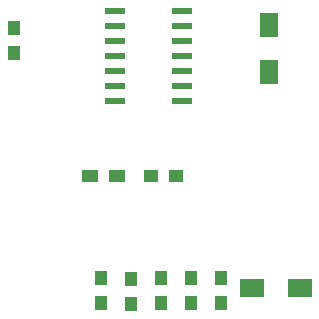
<source format=gbr>
G04 #@! TF.GenerationSoftware,KiCad,Pcbnew,(5.1.0)-1*
G04 #@! TF.CreationDate,2019-06-23T22:47:00+02:00*
G04 #@! TF.ProjectId,RF_433MHz_Receiver,52465f34-3333-44d4-987a-5f5265636569,00*
G04 #@! TF.SameCoordinates,Original*
G04 #@! TF.FileFunction,Paste,Top*
G04 #@! TF.FilePolarity,Positive*
%FSLAX46Y46*%
G04 Gerber Fmt 4.6, Leading zero omitted, Abs format (unit mm)*
G04 Created by KiCad (PCBNEW (5.1.0)-1) date 2019-06-23 22:47:00*
%MOMM*%
%LPD*%
G04 APERTURE LIST*
%ADD10R,2.000000X1.600000*%
%ADD11R,1.600000X2.000000*%
%ADD12R,1.400000X1.000000*%
%ADD13R,1.800000X0.600000*%
%ADD14R,1.000000X1.300000*%
%ADD15R,1.300000X1.000000*%
G04 APERTURE END LIST*
D10*
X86735000Y-83655000D03*
X90735000Y-83655000D03*
D11*
X88100000Y-65335000D03*
X88100000Y-61335000D03*
D12*
X73005000Y-74130000D03*
X75255000Y-74130000D03*
D13*
X75090000Y-60160000D03*
X75090000Y-61430000D03*
X75090000Y-62700000D03*
X75090000Y-63970000D03*
X75090000Y-65240000D03*
X75090000Y-66510000D03*
X75090000Y-67780000D03*
X80790000Y-67780000D03*
X80790000Y-66510000D03*
X80790000Y-65240000D03*
X80790000Y-63970000D03*
X80790000Y-62700000D03*
X80790000Y-61430000D03*
X80790000Y-60160000D03*
D14*
X66510000Y-63750000D03*
X66510000Y-61650000D03*
X84105000Y-84874000D03*
X84105000Y-82774000D03*
X81565000Y-82774000D03*
X81565000Y-84874000D03*
X79025000Y-84874000D03*
X79025000Y-82774000D03*
X76485000Y-82854000D03*
X76485000Y-84954000D03*
X73945000Y-84874000D03*
X73945000Y-82774000D03*
D15*
X80260000Y-74130000D03*
X78160000Y-74130000D03*
M02*

</source>
